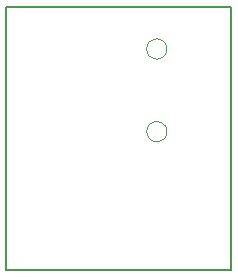
<source format=gko>
G75*
G70*
%OFA0B0*%
%FSLAX24Y24*%
%IPPOS*%
%LPD*%
%AMOC8*
5,1,8,0,0,1.08239X$1,22.5*
%
%ADD10C,0.0050*%
%ADD11C,0.0000*%
D10*
X009141Y001592D02*
X009141Y010342D01*
X016641Y010342D01*
X016641Y001592D01*
X009141Y001592D01*
D11*
X013806Y006209D02*
X013808Y006246D01*
X013814Y006282D01*
X013824Y006318D01*
X013838Y006352D01*
X013856Y006384D01*
X013877Y006415D01*
X013901Y006443D01*
X013928Y006468D01*
X013958Y006489D01*
X013990Y006508D01*
X014024Y006523D01*
X014059Y006534D01*
X014095Y006541D01*
X014132Y006544D01*
X014169Y006543D01*
X014205Y006538D01*
X014241Y006529D01*
X014276Y006516D01*
X014308Y006499D01*
X014339Y006479D01*
X014368Y006455D01*
X014394Y006429D01*
X014416Y006400D01*
X014436Y006368D01*
X014451Y006335D01*
X014463Y006300D01*
X014471Y006264D01*
X014475Y006227D01*
X014475Y006191D01*
X014471Y006154D01*
X014463Y006118D01*
X014451Y006083D01*
X014436Y006050D01*
X014416Y006018D01*
X014394Y005989D01*
X014368Y005963D01*
X014339Y005939D01*
X014309Y005919D01*
X014276Y005902D01*
X014241Y005889D01*
X014205Y005880D01*
X014169Y005875D01*
X014132Y005874D01*
X014095Y005877D01*
X014059Y005884D01*
X014024Y005895D01*
X013990Y005910D01*
X013958Y005929D01*
X013928Y005950D01*
X013901Y005975D01*
X013877Y006003D01*
X013856Y006034D01*
X013838Y006066D01*
X013824Y006100D01*
X013814Y006136D01*
X013808Y006172D01*
X013806Y006209D01*
X013806Y008964D02*
X013808Y009001D01*
X013814Y009037D01*
X013824Y009073D01*
X013838Y009107D01*
X013856Y009139D01*
X013877Y009170D01*
X013901Y009198D01*
X013928Y009223D01*
X013958Y009244D01*
X013990Y009263D01*
X014024Y009278D01*
X014059Y009289D01*
X014095Y009296D01*
X014132Y009299D01*
X014169Y009298D01*
X014205Y009293D01*
X014241Y009284D01*
X014276Y009271D01*
X014308Y009254D01*
X014339Y009234D01*
X014368Y009210D01*
X014394Y009184D01*
X014416Y009155D01*
X014436Y009123D01*
X014451Y009090D01*
X014463Y009055D01*
X014471Y009019D01*
X014475Y008982D01*
X014475Y008946D01*
X014471Y008909D01*
X014463Y008873D01*
X014451Y008838D01*
X014436Y008805D01*
X014416Y008773D01*
X014394Y008744D01*
X014368Y008718D01*
X014339Y008694D01*
X014309Y008674D01*
X014276Y008657D01*
X014241Y008644D01*
X014205Y008635D01*
X014169Y008630D01*
X014132Y008629D01*
X014095Y008632D01*
X014059Y008639D01*
X014024Y008650D01*
X013990Y008665D01*
X013958Y008684D01*
X013928Y008705D01*
X013901Y008730D01*
X013877Y008758D01*
X013856Y008789D01*
X013838Y008821D01*
X013824Y008855D01*
X013814Y008891D01*
X013808Y008927D01*
X013806Y008964D01*
M02*

</source>
